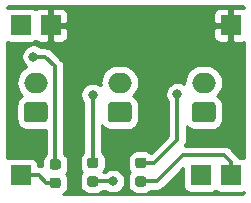
<source format=gbr>
G04 #@! TF.GenerationSoftware,KiCad,Pcbnew,(5.1.6)-1*
G04 #@! TF.CreationDate,2020-11-03T09:51:37+03:00*
G04 #@! TF.ProjectId,UlTi_driver_ext_board,556c5469-5f64-4726-9976-65725f657874,rev?*
G04 #@! TF.SameCoordinates,Original*
G04 #@! TF.FileFunction,Copper,L1,Top*
G04 #@! TF.FilePolarity,Positive*
%FSLAX46Y46*%
G04 Gerber Fmt 4.6, Leading zero omitted, Abs format (unit mm)*
G04 Created by KiCad (PCBNEW (5.1.6)-1) date 2020-11-03 09:51:37*
%MOMM*%
%LPD*%
G01*
G04 APERTURE LIST*
G04 #@! TA.AperFunction,ComponentPad*
%ADD10O,2.000000X1.700000*%
G04 #@! TD*
G04 #@! TA.AperFunction,ComponentPad*
%ADD11R,1.700000X1.700000*%
G04 #@! TD*
G04 #@! TA.AperFunction,ViaPad*
%ADD12C,0.800000*%
G04 #@! TD*
G04 #@! TA.AperFunction,Conductor*
%ADD13C,0.300000*%
G04 #@! TD*
G04 #@! TA.AperFunction,Conductor*
%ADD14C,0.254000*%
G04 #@! TD*
G04 APERTURE END LIST*
D10*
X155829000Y-98846000D03*
G04 #@! TA.AperFunction,ComponentPad*
G36*
G01*
X156579000Y-102196000D02*
X155079000Y-102196000D01*
G75*
G02*
X154829000Y-101946000I0J250000D01*
G01*
X154829000Y-100746000D01*
G75*
G02*
X155079000Y-100496000I250000J0D01*
G01*
X156579000Y-100496000D01*
G75*
G02*
X156829000Y-100746000I0J-250000D01*
G01*
X156829000Y-101946000D01*
G75*
G02*
X156579000Y-102196000I-250000J0D01*
G01*
G37*
G04 #@! TD.AperFunction*
X148717000Y-98846000D03*
G04 #@! TA.AperFunction,ComponentPad*
G36*
G01*
X149467000Y-102196000D02*
X147967000Y-102196000D01*
G75*
G02*
X147717000Y-101946000I0J250000D01*
G01*
X147717000Y-100746000D01*
G75*
G02*
X147967000Y-100496000I250000J0D01*
G01*
X149467000Y-100496000D01*
G75*
G02*
X149717000Y-100746000I0J-250000D01*
G01*
X149717000Y-101946000D01*
G75*
G02*
X149467000Y-102196000I-250000J0D01*
G01*
G37*
G04 #@! TD.AperFunction*
X141605000Y-98846000D03*
G04 #@! TA.AperFunction,ComponentPad*
G36*
G01*
X142355000Y-102196000D02*
X140855000Y-102196000D01*
G75*
G02*
X140605000Y-101946000I0J250000D01*
G01*
X140605000Y-100746000D01*
G75*
G02*
X140855000Y-100496000I250000J0D01*
G01*
X142355000Y-100496000D01*
G75*
G02*
X142605000Y-100746000I0J-250000D01*
G01*
X142605000Y-101946000D01*
G75*
G02*
X142355000Y-102196000I-250000J0D01*
G01*
G37*
G04 #@! TD.AperFunction*
D11*
X140335000Y-93980000D03*
X158115000Y-93980000D03*
X142875000Y-93980000D03*
X158115000Y-106680000D03*
X155575000Y-106680000D03*
X140335000Y-106680000D03*
G04 #@! TA.AperFunction,SMDPad,CuDef*
G36*
G01*
X150238750Y-106776000D02*
X150751250Y-106776000D01*
G75*
G02*
X150970000Y-106994750I0J-218750D01*
G01*
X150970000Y-107432250D01*
G75*
G02*
X150751250Y-107651000I-218750J0D01*
G01*
X150238750Y-107651000D01*
G75*
G02*
X150020000Y-107432250I0J218750D01*
G01*
X150020000Y-106994750D01*
G75*
G02*
X150238750Y-106776000I218750J0D01*
G01*
G37*
G04 #@! TD.AperFunction*
G04 #@! TA.AperFunction,SMDPad,CuDef*
G36*
G01*
X150238750Y-105201000D02*
X150751250Y-105201000D01*
G75*
G02*
X150970000Y-105419750I0J-218750D01*
G01*
X150970000Y-105857250D01*
G75*
G02*
X150751250Y-106076000I-218750J0D01*
G01*
X150238750Y-106076000D01*
G75*
G02*
X150020000Y-105857250I0J218750D01*
G01*
X150020000Y-105419750D01*
G75*
G02*
X150238750Y-105201000I218750J0D01*
G01*
G37*
G04 #@! TD.AperFunction*
G04 #@! TA.AperFunction,SMDPad,CuDef*
G36*
G01*
X146174750Y-106776000D02*
X146687250Y-106776000D01*
G75*
G02*
X146906000Y-106994750I0J-218750D01*
G01*
X146906000Y-107432250D01*
G75*
G02*
X146687250Y-107651000I-218750J0D01*
G01*
X146174750Y-107651000D01*
G75*
G02*
X145956000Y-107432250I0J218750D01*
G01*
X145956000Y-106994750D01*
G75*
G02*
X146174750Y-106776000I218750J0D01*
G01*
G37*
G04 #@! TD.AperFunction*
G04 #@! TA.AperFunction,SMDPad,CuDef*
G36*
G01*
X146174750Y-105201000D02*
X146687250Y-105201000D01*
G75*
G02*
X146906000Y-105419750I0J-218750D01*
G01*
X146906000Y-105857250D01*
G75*
G02*
X146687250Y-106076000I-218750J0D01*
G01*
X146174750Y-106076000D01*
G75*
G02*
X145956000Y-105857250I0J218750D01*
G01*
X145956000Y-105419750D01*
G75*
G02*
X146174750Y-105201000I218750J0D01*
G01*
G37*
G04 #@! TD.AperFunction*
G04 #@! TA.AperFunction,SMDPad,CuDef*
G36*
G01*
X142999750Y-106903000D02*
X143512250Y-106903000D01*
G75*
G02*
X143731000Y-107121750I0J-218750D01*
G01*
X143731000Y-107559250D01*
G75*
G02*
X143512250Y-107778000I-218750J0D01*
G01*
X142999750Y-107778000D01*
G75*
G02*
X142781000Y-107559250I0J218750D01*
G01*
X142781000Y-107121750D01*
G75*
G02*
X142999750Y-106903000I218750J0D01*
G01*
G37*
G04 #@! TD.AperFunction*
G04 #@! TA.AperFunction,SMDPad,CuDef*
G36*
G01*
X142999750Y-105328000D02*
X143512250Y-105328000D01*
G75*
G02*
X143731000Y-105546750I0J-218750D01*
G01*
X143731000Y-105984250D01*
G75*
G02*
X143512250Y-106203000I-218750J0D01*
G01*
X142999750Y-106203000D01*
G75*
G02*
X142781000Y-105984250I0J218750D01*
G01*
X142781000Y-105546750D01*
G75*
G02*
X142999750Y-105328000I218750J0D01*
G01*
G37*
G04 #@! TD.AperFunction*
D12*
X141414500Y-96647000D03*
X146431000Y-99885500D03*
X153606500Y-99822000D03*
X148145500Y-107188000D03*
D13*
X141414500Y-96647000D02*
X142430500Y-96647000D01*
X142430500Y-96647000D02*
X143256000Y-97472500D01*
X143256000Y-97472500D02*
X143256000Y-105765500D01*
X146431000Y-105638500D02*
X146431000Y-99885500D01*
X150495000Y-105638500D02*
X151663500Y-105638500D01*
X153606500Y-103695500D02*
X153606500Y-99822000D01*
X151663500Y-105638500D02*
X153606500Y-103695500D01*
X143256000Y-107340500D02*
X142519500Y-107340500D01*
X141859000Y-106680000D02*
X140335000Y-106680000D01*
X142519500Y-107340500D02*
X141859000Y-106680000D01*
X146431000Y-107213500D02*
X147929500Y-107213500D01*
X147929500Y-107213500D02*
X147955000Y-107188000D01*
X147955000Y-107188000D02*
X148145500Y-107188000D01*
X150495000Y-107213500D02*
X151866500Y-107213500D01*
X151866500Y-107213500D02*
X154114500Y-104965500D01*
X154114500Y-104965500D02*
X157543500Y-104965500D01*
X158115000Y-105537000D02*
X158115000Y-106680000D01*
X157543500Y-104965500D02*
X158115000Y-105537000D01*
D14*
G36*
X159233000Y-92475381D02*
G01*
X159233000Y-92553230D01*
X159209180Y-92540498D01*
X159089482Y-92504188D01*
X158965000Y-92491928D01*
X158400750Y-92495000D01*
X158242000Y-92653750D01*
X158242000Y-93853000D01*
X158262000Y-93853000D01*
X158262000Y-94107000D01*
X158242000Y-94107000D01*
X158242000Y-95306250D01*
X158400750Y-95465000D01*
X158965000Y-95468072D01*
X159089482Y-95455812D01*
X159209180Y-95419502D01*
X159233000Y-95406770D01*
X159233001Y-105253231D01*
X159209180Y-105240498D01*
X159089482Y-105204188D01*
X158965000Y-105191928D01*
X158820657Y-105191928D01*
X158770862Y-105098767D01*
X158672764Y-104979236D01*
X158642816Y-104954658D01*
X158125846Y-104437689D01*
X158101264Y-104407736D01*
X157981733Y-104309638D01*
X157845360Y-104236746D01*
X157697387Y-104191859D01*
X157582061Y-104180500D01*
X157582053Y-104180500D01*
X157543500Y-104176703D01*
X157504947Y-104180500D01*
X154223981Y-104180500D01*
X154262362Y-104133733D01*
X154335254Y-103997360D01*
X154335254Y-103997359D01*
X154380142Y-103849387D01*
X154387520Y-103774474D01*
X154391500Y-103734061D01*
X154391500Y-103734056D01*
X154395297Y-103695500D01*
X154391500Y-103656945D01*
X154391500Y-102501414D01*
X154451038Y-102573962D01*
X154585614Y-102684405D01*
X154739150Y-102766472D01*
X154905746Y-102817008D01*
X155079000Y-102834072D01*
X156579000Y-102834072D01*
X156752254Y-102817008D01*
X156918850Y-102766472D01*
X157072386Y-102684405D01*
X157206962Y-102573962D01*
X157317405Y-102439386D01*
X157399472Y-102285850D01*
X157450008Y-102119254D01*
X157467072Y-101946000D01*
X157467072Y-100746000D01*
X157450008Y-100572746D01*
X157399472Y-100406150D01*
X157317405Y-100252614D01*
X157206962Y-100118038D01*
X157072386Y-100007595D01*
X156970663Y-99953223D01*
X157034134Y-99901134D01*
X157219706Y-99675014D01*
X157357599Y-99417034D01*
X157442513Y-99137111D01*
X157471185Y-98846000D01*
X157442513Y-98554889D01*
X157357599Y-98274966D01*
X157219706Y-98016986D01*
X157034134Y-97790866D01*
X156808014Y-97605294D01*
X156550034Y-97467401D01*
X156270111Y-97382487D01*
X156051950Y-97361000D01*
X155606050Y-97361000D01*
X155387889Y-97382487D01*
X155107966Y-97467401D01*
X154849986Y-97605294D01*
X154623866Y-97790866D01*
X154438294Y-98016986D01*
X154300401Y-98274966D01*
X154215487Y-98554889D01*
X154186815Y-98846000D01*
X154199358Y-98973351D01*
X154096756Y-98904795D01*
X153908398Y-98826774D01*
X153708439Y-98787000D01*
X153504561Y-98787000D01*
X153304602Y-98826774D01*
X153116244Y-98904795D01*
X152946726Y-99018063D01*
X152802563Y-99162226D01*
X152689295Y-99331744D01*
X152611274Y-99520102D01*
X152571500Y-99720061D01*
X152571500Y-99923939D01*
X152611274Y-100123898D01*
X152689295Y-100312256D01*
X152802563Y-100481774D01*
X152821501Y-100500712D01*
X152821500Y-103370342D01*
X151366510Y-104825333D01*
X151357115Y-104813885D01*
X151227275Y-104707329D01*
X151079142Y-104628150D01*
X150918408Y-104579392D01*
X150751250Y-104562928D01*
X150238750Y-104562928D01*
X150071592Y-104579392D01*
X149910858Y-104628150D01*
X149762725Y-104707329D01*
X149632885Y-104813885D01*
X149526329Y-104943725D01*
X149447150Y-105091858D01*
X149398392Y-105252592D01*
X149381928Y-105419750D01*
X149381928Y-105857250D01*
X149398392Y-106024408D01*
X149447150Y-106185142D01*
X149526329Y-106333275D01*
X149602426Y-106426000D01*
X149526329Y-106518725D01*
X149447150Y-106666858D01*
X149398392Y-106827592D01*
X149381928Y-106994750D01*
X149381928Y-107432250D01*
X149398392Y-107599408D01*
X149447150Y-107760142D01*
X149526329Y-107908275D01*
X149632885Y-108038115D01*
X149762725Y-108144671D01*
X149910858Y-108223850D01*
X150071592Y-108272608D01*
X150238750Y-108289072D01*
X150751250Y-108289072D01*
X150918408Y-108272608D01*
X151079142Y-108223850D01*
X151227275Y-108144671D01*
X151357115Y-108038115D01*
X151389626Y-107998500D01*
X151827947Y-107998500D01*
X151866500Y-108002297D01*
X151905053Y-107998500D01*
X151905061Y-107998500D01*
X152020387Y-107987141D01*
X152168360Y-107942254D01*
X152304733Y-107869362D01*
X152424264Y-107771264D01*
X152448847Y-107741310D01*
X154086928Y-106103230D01*
X154086928Y-107530000D01*
X154099188Y-107654482D01*
X154135498Y-107774180D01*
X154194463Y-107884494D01*
X154273815Y-107981185D01*
X154370506Y-108060537D01*
X154480820Y-108119502D01*
X154600518Y-108155812D01*
X154725000Y-108168072D01*
X156425000Y-108168072D01*
X156549482Y-108155812D01*
X156669180Y-108119502D01*
X156779494Y-108060537D01*
X156845000Y-108006778D01*
X156910506Y-108060537D01*
X157020820Y-108119502D01*
X157140518Y-108155812D01*
X157265000Y-108168072D01*
X158965000Y-108168072D01*
X159089482Y-108155812D01*
X159209180Y-108119502D01*
X159233001Y-108106769D01*
X159233001Y-108184618D01*
X159111620Y-108306000D01*
X143924050Y-108306000D01*
X143988275Y-108271671D01*
X144118115Y-108165115D01*
X144224671Y-108035275D01*
X144303850Y-107887142D01*
X144352608Y-107726408D01*
X144369072Y-107559250D01*
X144369072Y-107121750D01*
X144352608Y-106954592D01*
X144303850Y-106793858D01*
X144224671Y-106645725D01*
X144148574Y-106553000D01*
X144224671Y-106460275D01*
X144303850Y-106312142D01*
X144352608Y-106151408D01*
X144369072Y-105984250D01*
X144369072Y-105546750D01*
X144356564Y-105419750D01*
X145317928Y-105419750D01*
X145317928Y-105857250D01*
X145334392Y-106024408D01*
X145383150Y-106185142D01*
X145462329Y-106333275D01*
X145538426Y-106426000D01*
X145462329Y-106518725D01*
X145383150Y-106666858D01*
X145334392Y-106827592D01*
X145317928Y-106994750D01*
X145317928Y-107432250D01*
X145334392Y-107599408D01*
X145383150Y-107760142D01*
X145462329Y-107908275D01*
X145568885Y-108038115D01*
X145698725Y-108144671D01*
X145846858Y-108223850D01*
X146007592Y-108272608D01*
X146174750Y-108289072D01*
X146687250Y-108289072D01*
X146854408Y-108272608D01*
X147015142Y-108223850D01*
X147163275Y-108144671D01*
X147293115Y-108038115D01*
X147325626Y-107998500D01*
X147495548Y-107998500D01*
X147655244Y-108105205D01*
X147843602Y-108183226D01*
X148043561Y-108223000D01*
X148247439Y-108223000D01*
X148447398Y-108183226D01*
X148635756Y-108105205D01*
X148805274Y-107991937D01*
X148949437Y-107847774D01*
X149062705Y-107678256D01*
X149140726Y-107489898D01*
X149180500Y-107289939D01*
X149180500Y-107086061D01*
X149140726Y-106886102D01*
X149062705Y-106697744D01*
X148949437Y-106528226D01*
X148805274Y-106384063D01*
X148635756Y-106270795D01*
X148447398Y-106192774D01*
X148247439Y-106153000D01*
X148043561Y-106153000D01*
X147843602Y-106192774D01*
X147655244Y-106270795D01*
X147485726Y-106384063D01*
X147441289Y-106428500D01*
X147325626Y-106428500D01*
X147323574Y-106426000D01*
X147399671Y-106333275D01*
X147478850Y-106185142D01*
X147527608Y-106024408D01*
X147544072Y-105857250D01*
X147544072Y-105419750D01*
X147527608Y-105252592D01*
X147478850Y-105091858D01*
X147399671Y-104943725D01*
X147293115Y-104813885D01*
X147216000Y-104750599D01*
X147216000Y-102415822D01*
X147228595Y-102439386D01*
X147339038Y-102573962D01*
X147473614Y-102684405D01*
X147627150Y-102766472D01*
X147793746Y-102817008D01*
X147967000Y-102834072D01*
X149467000Y-102834072D01*
X149640254Y-102817008D01*
X149806850Y-102766472D01*
X149960386Y-102684405D01*
X150094962Y-102573962D01*
X150205405Y-102439386D01*
X150287472Y-102285850D01*
X150338008Y-102119254D01*
X150355072Y-101946000D01*
X150355072Y-100746000D01*
X150338008Y-100572746D01*
X150287472Y-100406150D01*
X150205405Y-100252614D01*
X150094962Y-100118038D01*
X149960386Y-100007595D01*
X149858663Y-99953223D01*
X149922134Y-99901134D01*
X150107706Y-99675014D01*
X150245599Y-99417034D01*
X150330513Y-99137111D01*
X150359185Y-98846000D01*
X150330513Y-98554889D01*
X150245599Y-98274966D01*
X150107706Y-98016986D01*
X149922134Y-97790866D01*
X149696014Y-97605294D01*
X149438034Y-97467401D01*
X149158111Y-97382487D01*
X148939950Y-97361000D01*
X148494050Y-97361000D01*
X148275889Y-97382487D01*
X147995966Y-97467401D01*
X147737986Y-97605294D01*
X147511866Y-97790866D01*
X147326294Y-98016986D01*
X147188401Y-98274966D01*
X147103487Y-98554889D01*
X147074815Y-98846000D01*
X147098807Y-99089596D01*
X147090774Y-99081563D01*
X146921256Y-98968295D01*
X146732898Y-98890274D01*
X146532939Y-98850500D01*
X146329061Y-98850500D01*
X146129102Y-98890274D01*
X145940744Y-98968295D01*
X145771226Y-99081563D01*
X145627063Y-99225726D01*
X145513795Y-99395244D01*
X145435774Y-99583602D01*
X145396000Y-99783561D01*
X145396000Y-99987439D01*
X145435774Y-100187398D01*
X145513795Y-100375756D01*
X145627063Y-100545274D01*
X145646001Y-100564212D01*
X145646000Y-104750599D01*
X145568885Y-104813885D01*
X145462329Y-104943725D01*
X145383150Y-105091858D01*
X145334392Y-105252592D01*
X145317928Y-105419750D01*
X144356564Y-105419750D01*
X144352608Y-105379592D01*
X144303850Y-105218858D01*
X144224671Y-105070725D01*
X144118115Y-104940885D01*
X144041000Y-104877599D01*
X144041000Y-97511052D01*
X144044797Y-97472499D01*
X144041000Y-97433946D01*
X144041000Y-97433939D01*
X144029641Y-97318613D01*
X143984754Y-97170640D01*
X143911862Y-97034267D01*
X143862450Y-96974059D01*
X143838345Y-96944687D01*
X143838342Y-96944684D01*
X143813764Y-96914736D01*
X143783817Y-96890159D01*
X143012847Y-96119190D01*
X142988264Y-96089236D01*
X142868733Y-95991138D01*
X142732360Y-95918246D01*
X142584387Y-95873359D01*
X142469061Y-95862000D01*
X142469053Y-95862000D01*
X142430500Y-95858203D01*
X142391947Y-95862000D01*
X142093211Y-95862000D01*
X142074274Y-95843063D01*
X141904756Y-95729795D01*
X141716398Y-95651774D01*
X141516439Y-95612000D01*
X141312561Y-95612000D01*
X141112602Y-95651774D01*
X140924244Y-95729795D01*
X140754726Y-95843063D01*
X140610563Y-95987226D01*
X140497295Y-96156744D01*
X140419274Y-96345102D01*
X140379500Y-96545061D01*
X140379500Y-96748939D01*
X140419274Y-96948898D01*
X140497295Y-97137256D01*
X140610563Y-97306774D01*
X140754726Y-97450937D01*
X140825853Y-97498463D01*
X140625986Y-97605294D01*
X140399866Y-97790866D01*
X140214294Y-98016986D01*
X140076401Y-98274966D01*
X139991487Y-98554889D01*
X139962815Y-98846000D01*
X139991487Y-99137111D01*
X140076401Y-99417034D01*
X140214294Y-99675014D01*
X140399866Y-99901134D01*
X140463337Y-99953223D01*
X140361614Y-100007595D01*
X140227038Y-100118038D01*
X140116595Y-100252614D01*
X140034528Y-100406150D01*
X139983992Y-100572746D01*
X139966928Y-100746000D01*
X139966928Y-101946000D01*
X139983992Y-102119254D01*
X140034528Y-102285850D01*
X140116595Y-102439386D01*
X140227038Y-102573962D01*
X140361614Y-102684405D01*
X140515150Y-102766472D01*
X140681746Y-102817008D01*
X140855000Y-102834072D01*
X142355000Y-102834072D01*
X142471001Y-102822647D01*
X142471001Y-104877598D01*
X142393885Y-104940885D01*
X142287329Y-105070725D01*
X142208150Y-105218858D01*
X142159392Y-105379592D01*
X142142928Y-105546750D01*
X142142928Y-105945806D01*
X142012887Y-105906359D01*
X141897561Y-105895000D01*
X141897553Y-105895000D01*
X141859000Y-105891203D01*
X141823072Y-105894741D01*
X141823072Y-105830000D01*
X141810812Y-105705518D01*
X141774502Y-105585820D01*
X141715537Y-105475506D01*
X141636185Y-105378815D01*
X141539494Y-105299463D01*
X141429180Y-105240498D01*
X141309482Y-105204188D01*
X141185000Y-105191928D01*
X139485000Y-105191928D01*
X139360518Y-105204188D01*
X139240820Y-105240498D01*
X139217000Y-105253230D01*
X139217000Y-95406770D01*
X139240820Y-95419502D01*
X139360518Y-95455812D01*
X139485000Y-95468072D01*
X141185000Y-95468072D01*
X141309482Y-95455812D01*
X141429180Y-95419502D01*
X141539494Y-95360537D01*
X141605000Y-95306778D01*
X141670506Y-95360537D01*
X141780820Y-95419502D01*
X141900518Y-95455812D01*
X142025000Y-95468072D01*
X142589250Y-95465000D01*
X142748000Y-95306250D01*
X142748000Y-94107000D01*
X143002000Y-94107000D01*
X143002000Y-95306250D01*
X143160750Y-95465000D01*
X143725000Y-95468072D01*
X143849482Y-95455812D01*
X143969180Y-95419502D01*
X144079494Y-95360537D01*
X144176185Y-95281185D01*
X144255537Y-95184494D01*
X144314502Y-95074180D01*
X144350812Y-94954482D01*
X144363072Y-94830000D01*
X156626928Y-94830000D01*
X156639188Y-94954482D01*
X156675498Y-95074180D01*
X156734463Y-95184494D01*
X156813815Y-95281185D01*
X156910506Y-95360537D01*
X157020820Y-95419502D01*
X157140518Y-95455812D01*
X157265000Y-95468072D01*
X157829250Y-95465000D01*
X157988000Y-95306250D01*
X157988000Y-94107000D01*
X156788750Y-94107000D01*
X156630000Y-94265750D01*
X156626928Y-94830000D01*
X144363072Y-94830000D01*
X144360000Y-94265750D01*
X144201250Y-94107000D01*
X143002000Y-94107000D01*
X142748000Y-94107000D01*
X142728000Y-94107000D01*
X142728000Y-93853000D01*
X142748000Y-93853000D01*
X142748000Y-92653750D01*
X143002000Y-92653750D01*
X143002000Y-93853000D01*
X144201250Y-93853000D01*
X144360000Y-93694250D01*
X144363072Y-93130000D01*
X156626928Y-93130000D01*
X156630000Y-93694250D01*
X156788750Y-93853000D01*
X157988000Y-93853000D01*
X157988000Y-92653750D01*
X157829250Y-92495000D01*
X157265000Y-92491928D01*
X157140518Y-92504188D01*
X157020820Y-92540498D01*
X156910506Y-92599463D01*
X156813815Y-92678815D01*
X156734463Y-92775506D01*
X156675498Y-92885820D01*
X156639188Y-93005518D01*
X156626928Y-93130000D01*
X144363072Y-93130000D01*
X144350812Y-93005518D01*
X144314502Y-92885820D01*
X144255537Y-92775506D01*
X144176185Y-92678815D01*
X144079494Y-92599463D01*
X143969180Y-92540498D01*
X143849482Y-92504188D01*
X143725000Y-92491928D01*
X143160750Y-92495000D01*
X143002000Y-92653750D01*
X142748000Y-92653750D01*
X142589250Y-92495000D01*
X142025000Y-92491928D01*
X141900518Y-92504188D01*
X141780820Y-92540498D01*
X141670506Y-92599463D01*
X141605000Y-92653222D01*
X141539494Y-92599463D01*
X141429180Y-92540498D01*
X141309482Y-92504188D01*
X141185000Y-92491928D01*
X139485000Y-92491928D01*
X139360518Y-92504188D01*
X139240820Y-92540498D01*
X139217000Y-92553230D01*
X139217000Y-92475380D01*
X139338381Y-92354000D01*
X159111620Y-92354000D01*
X159233000Y-92475381D01*
G37*
X159233000Y-92475381D02*
X159233000Y-92553230D01*
X159209180Y-92540498D01*
X159089482Y-92504188D01*
X158965000Y-92491928D01*
X158400750Y-92495000D01*
X158242000Y-92653750D01*
X158242000Y-93853000D01*
X158262000Y-93853000D01*
X158262000Y-94107000D01*
X158242000Y-94107000D01*
X158242000Y-95306250D01*
X158400750Y-95465000D01*
X158965000Y-95468072D01*
X159089482Y-95455812D01*
X159209180Y-95419502D01*
X159233000Y-95406770D01*
X159233001Y-105253231D01*
X159209180Y-105240498D01*
X159089482Y-105204188D01*
X158965000Y-105191928D01*
X158820657Y-105191928D01*
X158770862Y-105098767D01*
X158672764Y-104979236D01*
X158642816Y-104954658D01*
X158125846Y-104437689D01*
X158101264Y-104407736D01*
X157981733Y-104309638D01*
X157845360Y-104236746D01*
X157697387Y-104191859D01*
X157582061Y-104180500D01*
X157582053Y-104180500D01*
X157543500Y-104176703D01*
X157504947Y-104180500D01*
X154223981Y-104180500D01*
X154262362Y-104133733D01*
X154335254Y-103997360D01*
X154335254Y-103997359D01*
X154380142Y-103849387D01*
X154387520Y-103774474D01*
X154391500Y-103734061D01*
X154391500Y-103734056D01*
X154395297Y-103695500D01*
X154391500Y-103656945D01*
X154391500Y-102501414D01*
X154451038Y-102573962D01*
X154585614Y-102684405D01*
X154739150Y-102766472D01*
X154905746Y-102817008D01*
X155079000Y-102834072D01*
X156579000Y-102834072D01*
X156752254Y-102817008D01*
X156918850Y-102766472D01*
X157072386Y-102684405D01*
X157206962Y-102573962D01*
X157317405Y-102439386D01*
X157399472Y-102285850D01*
X157450008Y-102119254D01*
X157467072Y-101946000D01*
X157467072Y-100746000D01*
X157450008Y-100572746D01*
X157399472Y-100406150D01*
X157317405Y-100252614D01*
X157206962Y-100118038D01*
X157072386Y-100007595D01*
X156970663Y-99953223D01*
X157034134Y-99901134D01*
X157219706Y-99675014D01*
X157357599Y-99417034D01*
X157442513Y-99137111D01*
X157471185Y-98846000D01*
X157442513Y-98554889D01*
X157357599Y-98274966D01*
X157219706Y-98016986D01*
X157034134Y-97790866D01*
X156808014Y-97605294D01*
X156550034Y-97467401D01*
X156270111Y-97382487D01*
X156051950Y-97361000D01*
X155606050Y-97361000D01*
X155387889Y-97382487D01*
X155107966Y-97467401D01*
X154849986Y-97605294D01*
X154623866Y-97790866D01*
X154438294Y-98016986D01*
X154300401Y-98274966D01*
X154215487Y-98554889D01*
X154186815Y-98846000D01*
X154199358Y-98973351D01*
X154096756Y-98904795D01*
X153908398Y-98826774D01*
X153708439Y-98787000D01*
X153504561Y-98787000D01*
X153304602Y-98826774D01*
X153116244Y-98904795D01*
X152946726Y-99018063D01*
X152802563Y-99162226D01*
X152689295Y-99331744D01*
X152611274Y-99520102D01*
X152571500Y-99720061D01*
X152571500Y-99923939D01*
X152611274Y-100123898D01*
X152689295Y-100312256D01*
X152802563Y-100481774D01*
X152821501Y-100500712D01*
X152821500Y-103370342D01*
X151366510Y-104825333D01*
X151357115Y-104813885D01*
X151227275Y-104707329D01*
X151079142Y-104628150D01*
X150918408Y-104579392D01*
X150751250Y-104562928D01*
X150238750Y-104562928D01*
X150071592Y-104579392D01*
X149910858Y-104628150D01*
X149762725Y-104707329D01*
X149632885Y-104813885D01*
X149526329Y-104943725D01*
X149447150Y-105091858D01*
X149398392Y-105252592D01*
X149381928Y-105419750D01*
X149381928Y-105857250D01*
X149398392Y-106024408D01*
X149447150Y-106185142D01*
X149526329Y-106333275D01*
X149602426Y-106426000D01*
X149526329Y-106518725D01*
X149447150Y-106666858D01*
X149398392Y-106827592D01*
X149381928Y-106994750D01*
X149381928Y-107432250D01*
X149398392Y-107599408D01*
X149447150Y-107760142D01*
X149526329Y-107908275D01*
X149632885Y-108038115D01*
X149762725Y-108144671D01*
X149910858Y-108223850D01*
X150071592Y-108272608D01*
X150238750Y-108289072D01*
X150751250Y-108289072D01*
X150918408Y-108272608D01*
X151079142Y-108223850D01*
X151227275Y-108144671D01*
X151357115Y-108038115D01*
X151389626Y-107998500D01*
X151827947Y-107998500D01*
X151866500Y-108002297D01*
X151905053Y-107998500D01*
X151905061Y-107998500D01*
X152020387Y-107987141D01*
X152168360Y-107942254D01*
X152304733Y-107869362D01*
X152424264Y-107771264D01*
X152448847Y-107741310D01*
X154086928Y-106103230D01*
X154086928Y-107530000D01*
X154099188Y-107654482D01*
X154135498Y-107774180D01*
X154194463Y-107884494D01*
X154273815Y-107981185D01*
X154370506Y-108060537D01*
X154480820Y-108119502D01*
X154600518Y-108155812D01*
X154725000Y-108168072D01*
X156425000Y-108168072D01*
X156549482Y-108155812D01*
X156669180Y-108119502D01*
X156779494Y-108060537D01*
X156845000Y-108006778D01*
X156910506Y-108060537D01*
X157020820Y-108119502D01*
X157140518Y-108155812D01*
X157265000Y-108168072D01*
X158965000Y-108168072D01*
X159089482Y-108155812D01*
X159209180Y-108119502D01*
X159233001Y-108106769D01*
X159233001Y-108184618D01*
X159111620Y-108306000D01*
X143924050Y-108306000D01*
X143988275Y-108271671D01*
X144118115Y-108165115D01*
X144224671Y-108035275D01*
X144303850Y-107887142D01*
X144352608Y-107726408D01*
X144369072Y-107559250D01*
X144369072Y-107121750D01*
X144352608Y-106954592D01*
X144303850Y-106793858D01*
X144224671Y-106645725D01*
X144148574Y-106553000D01*
X144224671Y-106460275D01*
X144303850Y-106312142D01*
X144352608Y-106151408D01*
X144369072Y-105984250D01*
X144369072Y-105546750D01*
X144356564Y-105419750D01*
X145317928Y-105419750D01*
X145317928Y-105857250D01*
X145334392Y-106024408D01*
X145383150Y-106185142D01*
X145462329Y-106333275D01*
X145538426Y-106426000D01*
X145462329Y-106518725D01*
X145383150Y-106666858D01*
X145334392Y-106827592D01*
X145317928Y-106994750D01*
X145317928Y-107432250D01*
X145334392Y-107599408D01*
X145383150Y-107760142D01*
X145462329Y-107908275D01*
X145568885Y-108038115D01*
X145698725Y-108144671D01*
X145846858Y-108223850D01*
X146007592Y-108272608D01*
X146174750Y-108289072D01*
X146687250Y-108289072D01*
X146854408Y-108272608D01*
X147015142Y-108223850D01*
X147163275Y-108144671D01*
X147293115Y-108038115D01*
X147325626Y-107998500D01*
X147495548Y-107998500D01*
X147655244Y-108105205D01*
X147843602Y-108183226D01*
X148043561Y-108223000D01*
X148247439Y-108223000D01*
X148447398Y-108183226D01*
X148635756Y-108105205D01*
X148805274Y-107991937D01*
X148949437Y-107847774D01*
X149062705Y-107678256D01*
X149140726Y-107489898D01*
X149180500Y-107289939D01*
X149180500Y-107086061D01*
X149140726Y-106886102D01*
X149062705Y-106697744D01*
X148949437Y-106528226D01*
X148805274Y-106384063D01*
X148635756Y-106270795D01*
X148447398Y-106192774D01*
X148247439Y-106153000D01*
X148043561Y-106153000D01*
X147843602Y-106192774D01*
X147655244Y-106270795D01*
X147485726Y-106384063D01*
X147441289Y-106428500D01*
X147325626Y-106428500D01*
X147323574Y-106426000D01*
X147399671Y-106333275D01*
X147478850Y-106185142D01*
X147527608Y-106024408D01*
X147544072Y-105857250D01*
X147544072Y-105419750D01*
X147527608Y-105252592D01*
X147478850Y-105091858D01*
X147399671Y-104943725D01*
X147293115Y-104813885D01*
X147216000Y-104750599D01*
X147216000Y-102415822D01*
X147228595Y-102439386D01*
X147339038Y-102573962D01*
X147473614Y-102684405D01*
X147627150Y-102766472D01*
X147793746Y-102817008D01*
X147967000Y-102834072D01*
X149467000Y-102834072D01*
X149640254Y-102817008D01*
X149806850Y-102766472D01*
X149960386Y-102684405D01*
X150094962Y-102573962D01*
X150205405Y-102439386D01*
X150287472Y-102285850D01*
X150338008Y-102119254D01*
X150355072Y-101946000D01*
X150355072Y-100746000D01*
X150338008Y-100572746D01*
X150287472Y-100406150D01*
X150205405Y-100252614D01*
X150094962Y-100118038D01*
X149960386Y-100007595D01*
X149858663Y-99953223D01*
X149922134Y-99901134D01*
X150107706Y-99675014D01*
X150245599Y-99417034D01*
X150330513Y-99137111D01*
X150359185Y-98846000D01*
X150330513Y-98554889D01*
X150245599Y-98274966D01*
X150107706Y-98016986D01*
X149922134Y-97790866D01*
X149696014Y-97605294D01*
X149438034Y-97467401D01*
X149158111Y-97382487D01*
X148939950Y-97361000D01*
X148494050Y-97361000D01*
X148275889Y-97382487D01*
X147995966Y-97467401D01*
X147737986Y-97605294D01*
X147511866Y-97790866D01*
X147326294Y-98016986D01*
X147188401Y-98274966D01*
X147103487Y-98554889D01*
X147074815Y-98846000D01*
X147098807Y-99089596D01*
X147090774Y-99081563D01*
X146921256Y-98968295D01*
X146732898Y-98890274D01*
X146532939Y-98850500D01*
X146329061Y-98850500D01*
X146129102Y-98890274D01*
X145940744Y-98968295D01*
X145771226Y-99081563D01*
X145627063Y-99225726D01*
X145513795Y-99395244D01*
X145435774Y-99583602D01*
X145396000Y-99783561D01*
X145396000Y-99987439D01*
X145435774Y-100187398D01*
X145513795Y-100375756D01*
X145627063Y-100545274D01*
X145646001Y-100564212D01*
X145646000Y-104750599D01*
X145568885Y-104813885D01*
X145462329Y-104943725D01*
X145383150Y-105091858D01*
X145334392Y-105252592D01*
X145317928Y-105419750D01*
X144356564Y-105419750D01*
X144352608Y-105379592D01*
X144303850Y-105218858D01*
X144224671Y-105070725D01*
X144118115Y-104940885D01*
X144041000Y-104877599D01*
X144041000Y-97511052D01*
X144044797Y-97472499D01*
X144041000Y-97433946D01*
X144041000Y-97433939D01*
X144029641Y-97318613D01*
X143984754Y-97170640D01*
X143911862Y-97034267D01*
X143862450Y-96974059D01*
X143838345Y-96944687D01*
X143838342Y-96944684D01*
X143813764Y-96914736D01*
X143783817Y-96890159D01*
X143012847Y-96119190D01*
X142988264Y-96089236D01*
X142868733Y-95991138D01*
X142732360Y-95918246D01*
X142584387Y-95873359D01*
X142469061Y-95862000D01*
X142469053Y-95862000D01*
X142430500Y-95858203D01*
X142391947Y-95862000D01*
X142093211Y-95862000D01*
X142074274Y-95843063D01*
X141904756Y-95729795D01*
X141716398Y-95651774D01*
X141516439Y-95612000D01*
X141312561Y-95612000D01*
X141112602Y-95651774D01*
X140924244Y-95729795D01*
X140754726Y-95843063D01*
X140610563Y-95987226D01*
X140497295Y-96156744D01*
X140419274Y-96345102D01*
X140379500Y-96545061D01*
X140379500Y-96748939D01*
X140419274Y-96948898D01*
X140497295Y-97137256D01*
X140610563Y-97306774D01*
X140754726Y-97450937D01*
X140825853Y-97498463D01*
X140625986Y-97605294D01*
X140399866Y-97790866D01*
X140214294Y-98016986D01*
X140076401Y-98274966D01*
X139991487Y-98554889D01*
X139962815Y-98846000D01*
X139991487Y-99137111D01*
X140076401Y-99417034D01*
X140214294Y-99675014D01*
X140399866Y-99901134D01*
X140463337Y-99953223D01*
X140361614Y-100007595D01*
X140227038Y-100118038D01*
X140116595Y-100252614D01*
X140034528Y-100406150D01*
X139983992Y-100572746D01*
X139966928Y-100746000D01*
X139966928Y-101946000D01*
X139983992Y-102119254D01*
X140034528Y-102285850D01*
X140116595Y-102439386D01*
X140227038Y-102573962D01*
X140361614Y-102684405D01*
X140515150Y-102766472D01*
X140681746Y-102817008D01*
X140855000Y-102834072D01*
X142355000Y-102834072D01*
X142471001Y-102822647D01*
X142471001Y-104877598D01*
X142393885Y-104940885D01*
X142287329Y-105070725D01*
X142208150Y-105218858D01*
X142159392Y-105379592D01*
X142142928Y-105546750D01*
X142142928Y-105945806D01*
X142012887Y-105906359D01*
X141897561Y-105895000D01*
X141897553Y-105895000D01*
X141859000Y-105891203D01*
X141823072Y-105894741D01*
X141823072Y-105830000D01*
X141810812Y-105705518D01*
X141774502Y-105585820D01*
X141715537Y-105475506D01*
X141636185Y-105378815D01*
X141539494Y-105299463D01*
X141429180Y-105240498D01*
X141309482Y-105204188D01*
X141185000Y-105191928D01*
X139485000Y-105191928D01*
X139360518Y-105204188D01*
X139240820Y-105240498D01*
X139217000Y-105253230D01*
X139217000Y-95406770D01*
X139240820Y-95419502D01*
X139360518Y-95455812D01*
X139485000Y-95468072D01*
X141185000Y-95468072D01*
X141309482Y-95455812D01*
X141429180Y-95419502D01*
X141539494Y-95360537D01*
X141605000Y-95306778D01*
X141670506Y-95360537D01*
X141780820Y-95419502D01*
X141900518Y-95455812D01*
X142025000Y-95468072D01*
X142589250Y-95465000D01*
X142748000Y-95306250D01*
X142748000Y-94107000D01*
X143002000Y-94107000D01*
X143002000Y-95306250D01*
X143160750Y-95465000D01*
X143725000Y-95468072D01*
X143849482Y-95455812D01*
X143969180Y-95419502D01*
X144079494Y-95360537D01*
X144176185Y-95281185D01*
X144255537Y-95184494D01*
X144314502Y-95074180D01*
X144350812Y-94954482D01*
X144363072Y-94830000D01*
X156626928Y-94830000D01*
X156639188Y-94954482D01*
X156675498Y-95074180D01*
X156734463Y-95184494D01*
X156813815Y-95281185D01*
X156910506Y-95360537D01*
X157020820Y-95419502D01*
X157140518Y-95455812D01*
X157265000Y-95468072D01*
X157829250Y-95465000D01*
X157988000Y-95306250D01*
X157988000Y-94107000D01*
X156788750Y-94107000D01*
X156630000Y-94265750D01*
X156626928Y-94830000D01*
X144363072Y-94830000D01*
X144360000Y-94265750D01*
X144201250Y-94107000D01*
X143002000Y-94107000D01*
X142748000Y-94107000D01*
X142728000Y-94107000D01*
X142728000Y-93853000D01*
X142748000Y-93853000D01*
X142748000Y-92653750D01*
X143002000Y-92653750D01*
X143002000Y-93853000D01*
X144201250Y-93853000D01*
X144360000Y-93694250D01*
X144363072Y-93130000D01*
X156626928Y-93130000D01*
X156630000Y-93694250D01*
X156788750Y-93853000D01*
X157988000Y-93853000D01*
X157988000Y-92653750D01*
X157829250Y-92495000D01*
X157265000Y-92491928D01*
X157140518Y-92504188D01*
X157020820Y-92540498D01*
X156910506Y-92599463D01*
X156813815Y-92678815D01*
X156734463Y-92775506D01*
X156675498Y-92885820D01*
X156639188Y-93005518D01*
X156626928Y-93130000D01*
X144363072Y-93130000D01*
X144350812Y-93005518D01*
X144314502Y-92885820D01*
X144255537Y-92775506D01*
X144176185Y-92678815D01*
X144079494Y-92599463D01*
X143969180Y-92540498D01*
X143849482Y-92504188D01*
X143725000Y-92491928D01*
X143160750Y-92495000D01*
X143002000Y-92653750D01*
X142748000Y-92653750D01*
X142589250Y-92495000D01*
X142025000Y-92491928D01*
X141900518Y-92504188D01*
X141780820Y-92540498D01*
X141670506Y-92599463D01*
X141605000Y-92653222D01*
X141539494Y-92599463D01*
X141429180Y-92540498D01*
X141309482Y-92504188D01*
X141185000Y-92491928D01*
X139485000Y-92491928D01*
X139360518Y-92504188D01*
X139240820Y-92540498D01*
X139217000Y-92553230D01*
X139217000Y-92475380D01*
X139338381Y-92354000D01*
X159111620Y-92354000D01*
X159233000Y-92475381D01*
M02*

</source>
